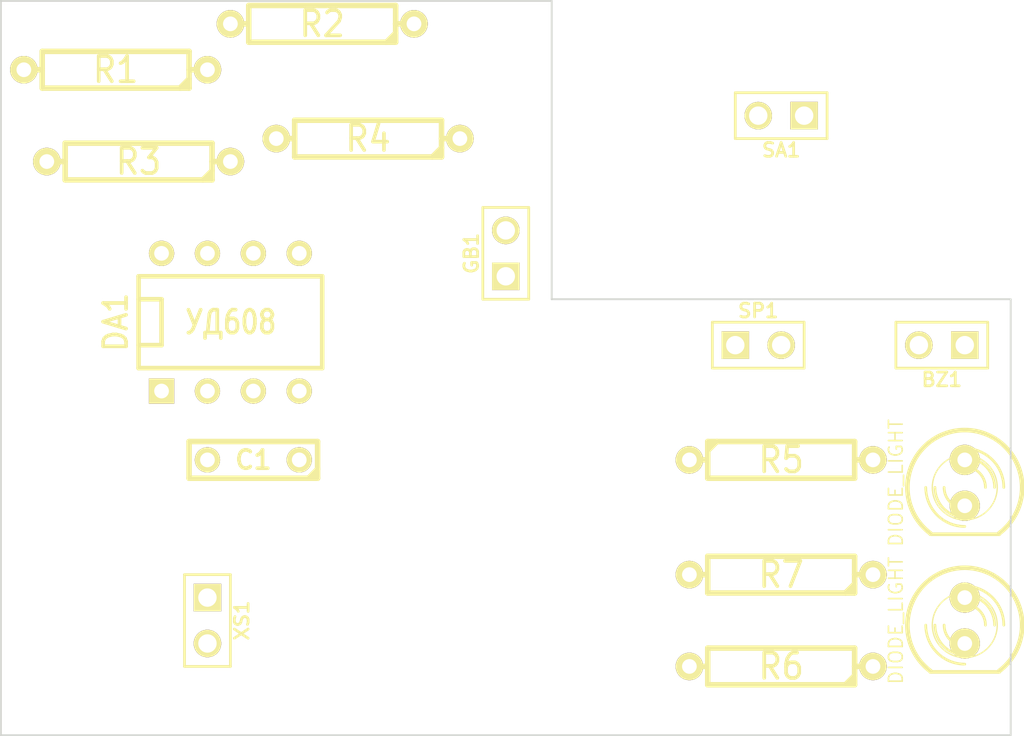
<source format=kicad_pcb>
(kicad_pcb (version 3) (host pcbnew "(2013-07-07 BZR 4022)-stable")

  (general
    (links 25)
    (no_connects 25)
    (area 20.269999 34.137599 78.14945 74.980001)
    (thickness 1.6)
    (drawings 6)
    (tracks 0)
    (zones 0)
    (modules 16)
    (nets 11)
  )

  (page A3)
  (layers
    (15 F.Cu signal)
    (0 B.Cu signal)
    (16 B.Adhes user hide)
    (17 F.Adhes user)
    (18 B.Paste user hide)
    (19 F.Paste user hide)
    (20 B.SilkS user hide)
    (21 F.SilkS user)
    (22 B.Mask user hide)
    (23 F.Mask user hide)
    (24 Dwgs.User user hide)
    (25 Cmts.User user hide)
    (26 Eco1.User user hide)
    (27 Eco2.User user hide)
    (28 Edge.Cuts user)
  )

  (setup
    (last_trace_width 0.254)
    (trace_clearance 0.254)
    (zone_clearance 0.508)
    (zone_45_only no)
    (trace_min 0.254)
    (segment_width 0.2)
    (edge_width 0.1)
    (via_size 0.889)
    (via_drill 0.635)
    (via_min_size 0.889)
    (via_min_drill 0.508)
    (uvia_size 0.508)
    (uvia_drill 0.127)
    (uvias_allowed no)
    (uvia_min_size 0.508)
    (uvia_min_drill 0.127)
    (pcb_text_width 0.3)
    (pcb_text_size 1.5 1.5)
    (mod_edge_width 0.15)
    (mod_text_size 1 1)
    (mod_text_width 0.15)
    (pad_size 1.5 1.5)
    (pad_drill 0.6)
    (pad_to_mask_clearance 0)
    (aux_axis_origin 0 0)
    (visible_elements 7FFFFD91)
    (pcbplotparams
      (layerselection 3178497)
      (usegerberextensions true)
      (excludeedgelayer true)
      (linewidth 0.150000)
      (plotframeref false)
      (viasonmask false)
      (mode 1)
      (useauxorigin false)
      (hpglpennumber 1)
      (hpglpenspeed 20)
      (hpglpendiameter 15)
      (hpglpenoverlay 2)
      (psnegative false)
      (psa4output false)
      (plotreference true)
      (plotvalue true)
      (plotothertext true)
      (plotinvisibletext false)
      (padsonsilk false)
      (subtractmaskfromsilk false)
      (outputformat 1)
      (mirror false)
      (drillshape 1)
      (scaleselection 1)
      (outputdirectory ""))
  )

  (net 0 "")
  (net 1 GND)
  (net 2 N-000001)
  (net 3 N-0000010)
  (net 4 N-000002)
  (net 5 N-000003)
  (net 6 N-000004)
  (net 7 N-000005)
  (net 8 N-000006)
  (net 9 N-000007)
  (net 10 N-000009)

  (net_class Default "Это класс цепей по умолчанию."
    (clearance 0.254)
    (trace_width 0.254)
    (via_dia 0.889)
    (via_drill 0.635)
    (uvia_dia 0.508)
    (uvia_drill 0.127)
    (add_net "")
    (add_net GND)
    (add_net N-000001)
    (add_net N-0000010)
    (add_net N-000002)
    (add_net N-000003)
    (add_net N-000004)
    (add_net N-000005)
    (add_net N-000006)
    (add_net N-000007)
    (add_net N-000009)
  )

  (module R4   placed (layer F.Cu) (tedit 200000) (tstamp 53037483)
    (at 26.67 38.1 180)
    (descr "Resitance 4 pas")
    (tags R)
    (path /530321EF)
    (autoplace_cost180 10)
    (fp_text reference R1 (at 0 0 180) (layer F.SilkS)
      (effects (font (size 1.397 1.27) (thickness 0.2032)))
    )
    (fp_text value RES (at 0 0 180) (layer F.SilkS) hide
      (effects (font (size 1.397 1.27) (thickness 0.2032)))
    )
    (fp_line (start -5.08 0) (end -4.064 0) (layer F.SilkS) (width 0.3048))
    (fp_line (start -4.064 0) (end -4.064 -1.016) (layer F.SilkS) (width 0.3048))
    (fp_line (start -4.064 -1.016) (end 4.064 -1.016) (layer F.SilkS) (width 0.3048))
    (fp_line (start 4.064 -1.016) (end 4.064 1.016) (layer F.SilkS) (width 0.3048))
    (fp_line (start 4.064 1.016) (end -4.064 1.016) (layer F.SilkS) (width 0.3048))
    (fp_line (start -4.064 1.016) (end -4.064 0) (layer F.SilkS) (width 0.3048))
    (fp_line (start -4.064 -0.508) (end -3.556 -1.016) (layer F.SilkS) (width 0.3048))
    (fp_line (start 5.08 0) (end 4.064 0) (layer F.SilkS) (width 0.3048))
    (pad 1 thru_hole circle (at -5.08 0 180) (size 1.524 1.524) (drill 0.8128)
      (layers *.Cu *.Mask F.SilkS)
      (net 2 N-000001)
    )
    (pad 2 thru_hole circle (at 5.08 0 180) (size 1.524 1.524) (drill 0.8128)
      (layers *.Cu *.Mask F.SilkS)
      (net 10 N-000009)
    )
    (model discret/resistor.wrl
      (at (xyz 0 0 0))
      (scale (xyz 0.4 0.4 0.4))
      (rotate (xyz 0 0 0))
    )
  )

  (module R4   placed (layer F.Cu) (tedit 200000) (tstamp 53037491)
    (at 27.94 43.18 180)
    (descr "Resitance 4 pas")
    (tags R)
    (path /5303220D)
    (autoplace_cost180 10)
    (fp_text reference R3 (at 0 0 180) (layer F.SilkS)
      (effects (font (size 1.397 1.27) (thickness 0.2032)))
    )
    (fp_text value RES (at 0 0 180) (layer F.SilkS) hide
      (effects (font (size 1.397 1.27) (thickness 0.2032)))
    )
    (fp_line (start -5.08 0) (end -4.064 0) (layer F.SilkS) (width 0.3048))
    (fp_line (start -4.064 0) (end -4.064 -1.016) (layer F.SilkS) (width 0.3048))
    (fp_line (start -4.064 -1.016) (end 4.064 -1.016) (layer F.SilkS) (width 0.3048))
    (fp_line (start 4.064 -1.016) (end 4.064 1.016) (layer F.SilkS) (width 0.3048))
    (fp_line (start 4.064 1.016) (end -4.064 1.016) (layer F.SilkS) (width 0.3048))
    (fp_line (start -4.064 1.016) (end -4.064 0) (layer F.SilkS) (width 0.3048))
    (fp_line (start -4.064 -0.508) (end -3.556 -1.016) (layer F.SilkS) (width 0.3048))
    (fp_line (start 5.08 0) (end 4.064 0) (layer F.SilkS) (width 0.3048))
    (pad 1 thru_hole circle (at -5.08 0 180) (size 1.524 1.524) (drill 0.8128)
      (layers *.Cu *.Mask F.SilkS)
      (net 1 GND)
    )
    (pad 2 thru_hole circle (at 5.08 0 180) (size 1.524 1.524) (drill 0.8128)
      (layers *.Cu *.Mask F.SilkS)
      (net 3 N-0000010)
    )
    (model discret/resistor.wrl
      (at (xyz 0 0 0))
      (scale (xyz 0.4 0.4 0.4))
      (rotate (xyz 0 0 0))
    )
  )

  (module R4   placed (layer F.Cu) (tedit 200000) (tstamp 5303749F)
    (at 40.64 41.91 180)
    (descr "Resitance 4 pas")
    (tags R)
    (path /5303221C)
    (autoplace_cost180 10)
    (fp_text reference R4 (at 0 0 180) (layer F.SilkS)
      (effects (font (size 1.397 1.27) (thickness 0.2032)))
    )
    (fp_text value RES (at 0 0 180) (layer F.SilkS) hide
      (effects (font (size 1.397 1.27) (thickness 0.2032)))
    )
    (fp_line (start -5.08 0) (end -4.064 0) (layer F.SilkS) (width 0.3048))
    (fp_line (start -4.064 0) (end -4.064 -1.016) (layer F.SilkS) (width 0.3048))
    (fp_line (start -4.064 -1.016) (end 4.064 -1.016) (layer F.SilkS) (width 0.3048))
    (fp_line (start 4.064 -1.016) (end 4.064 1.016) (layer F.SilkS) (width 0.3048))
    (fp_line (start 4.064 1.016) (end -4.064 1.016) (layer F.SilkS) (width 0.3048))
    (fp_line (start -4.064 1.016) (end -4.064 0) (layer F.SilkS) (width 0.3048))
    (fp_line (start -4.064 -0.508) (end -3.556 -1.016) (layer F.SilkS) (width 0.3048))
    (fp_line (start 5.08 0) (end 4.064 0) (layer F.SilkS) (width 0.3048))
    (pad 1 thru_hole circle (at -5.08 0 180) (size 1.524 1.524) (drill 0.8128)
      (layers *.Cu *.Mask F.SilkS)
      (net 8 N-000006)
    )
    (pad 2 thru_hole circle (at 5.08 0 180) (size 1.524 1.524) (drill 0.8128)
      (layers *.Cu *.Mask F.SilkS)
      (net 3 N-0000010)
    )
    (model discret/resistor.wrl
      (at (xyz 0 0 0))
      (scale (xyz 0.4 0.4 0.4))
      (rotate (xyz 0 0 0))
    )
  )

  (module R4   placed (layer F.Cu) (tedit 200000) (tstamp 530374AD)
    (at 38.1 35.56 180)
    (descr "Resitance 4 pas")
    (tags R)
    (path /53032276)
    (autoplace_cost180 10)
    (fp_text reference R2 (at 0 0 180) (layer F.SilkS)
      (effects (font (size 1.397 1.27) (thickness 0.2032)))
    )
    (fp_text value RES (at 0 0 180) (layer F.SilkS) hide
      (effects (font (size 1.397 1.27) (thickness 0.2032)))
    )
    (fp_line (start -5.08 0) (end -4.064 0) (layer F.SilkS) (width 0.3048))
    (fp_line (start -4.064 0) (end -4.064 -1.016) (layer F.SilkS) (width 0.3048))
    (fp_line (start -4.064 -1.016) (end 4.064 -1.016) (layer F.SilkS) (width 0.3048))
    (fp_line (start 4.064 -1.016) (end 4.064 1.016) (layer F.SilkS) (width 0.3048))
    (fp_line (start 4.064 1.016) (end -4.064 1.016) (layer F.SilkS) (width 0.3048))
    (fp_line (start -4.064 1.016) (end -4.064 0) (layer F.SilkS) (width 0.3048))
    (fp_line (start -4.064 -0.508) (end -3.556 -1.016) (layer F.SilkS) (width 0.3048))
    (fp_line (start 5.08 0) (end 4.064 0) (layer F.SilkS) (width 0.3048))
    (pad 1 thru_hole circle (at -5.08 0 180) (size 1.524 1.524) (drill 0.8128)
      (layers *.Cu *.Mask F.SilkS)
      (net 3 N-0000010)
    )
    (pad 2 thru_hole circle (at 5.08 0 180) (size 1.524 1.524) (drill 0.8128)
      (layers *.Cu *.Mask F.SilkS)
      (net 10 N-000009)
    )
    (model discret/resistor.wrl
      (at (xyz 0 0 0))
      (scale (xyz 0.4 0.4 0.4))
      (rotate (xyz 0 0 0))
    )
  )

  (module R4   placed (layer F.Cu) (tedit 200000) (tstamp 530374BB)
    (at 63.5 66.04 180)
    (descr "Resitance 4 pas")
    (tags R)
    (path /53032285)
    (autoplace_cost180 10)
    (fp_text reference R7 (at 0 0 180) (layer F.SilkS)
      (effects (font (size 1.397 1.27) (thickness 0.2032)))
    )
    (fp_text value RES (at 0 0 180) (layer F.SilkS) hide
      (effects (font (size 1.397 1.27) (thickness 0.2032)))
    )
    (fp_line (start -5.08 0) (end -4.064 0) (layer F.SilkS) (width 0.3048))
    (fp_line (start -4.064 0) (end -4.064 -1.016) (layer F.SilkS) (width 0.3048))
    (fp_line (start -4.064 -1.016) (end 4.064 -1.016) (layer F.SilkS) (width 0.3048))
    (fp_line (start 4.064 -1.016) (end 4.064 1.016) (layer F.SilkS) (width 0.3048))
    (fp_line (start 4.064 1.016) (end -4.064 1.016) (layer F.SilkS) (width 0.3048))
    (fp_line (start -4.064 1.016) (end -4.064 0) (layer F.SilkS) (width 0.3048))
    (fp_line (start -4.064 -0.508) (end -3.556 -1.016) (layer F.SilkS) (width 0.3048))
    (fp_line (start 5.08 0) (end 4.064 0) (layer F.SilkS) (width 0.3048))
    (pad 1 thru_hole circle (at -5.08 0 180) (size 1.524 1.524) (drill 0.8128)
      (layers *.Cu *.Mask F.SilkS)
      (net 4 N-000002)
    )
    (pad 2 thru_hole circle (at 5.08 0 180) (size 1.524 1.524) (drill 0.8128)
      (layers *.Cu *.Mask F.SilkS)
      (net 1 GND)
    )
    (model discret/resistor.wrl
      (at (xyz 0 0 0))
      (scale (xyz 0.4 0.4 0.4))
      (rotate (xyz 0 0 0))
    )
  )

  (module R4   placed (layer F.Cu) (tedit 200000) (tstamp 530374C9)
    (at 63.5 59.69)
    (descr "Resitance 4 pas")
    (tags R)
    (path /53032294)
    (autoplace_cost180 10)
    (fp_text reference R5 (at 0 0) (layer F.SilkS)
      (effects (font (size 1.397 1.27) (thickness 0.2032)))
    )
    (fp_text value RES (at 0 0) (layer F.SilkS) hide
      (effects (font (size 1.397 1.27) (thickness 0.2032)))
    )
    (fp_line (start -5.08 0) (end -4.064 0) (layer F.SilkS) (width 0.3048))
    (fp_line (start -4.064 0) (end -4.064 -1.016) (layer F.SilkS) (width 0.3048))
    (fp_line (start -4.064 -1.016) (end 4.064 -1.016) (layer F.SilkS) (width 0.3048))
    (fp_line (start 4.064 -1.016) (end 4.064 1.016) (layer F.SilkS) (width 0.3048))
    (fp_line (start 4.064 1.016) (end -4.064 1.016) (layer F.SilkS) (width 0.3048))
    (fp_line (start -4.064 1.016) (end -4.064 0) (layer F.SilkS) (width 0.3048))
    (fp_line (start -4.064 -0.508) (end -3.556 -1.016) (layer F.SilkS) (width 0.3048))
    (fp_line (start 5.08 0) (end 4.064 0) (layer F.SilkS) (width 0.3048))
    (pad 1 thru_hole circle (at -5.08 0) (size 1.524 1.524) (drill 0.8128)
      (layers *.Cu *.Mask F.SilkS)
      (net 10 N-000009)
    )
    (pad 2 thru_hole circle (at 5.08 0) (size 1.524 1.524) (drill 0.8128)
      (layers *.Cu *.Mask F.SilkS)
      (net 9 N-000007)
    )
    (model discret/resistor.wrl
      (at (xyz 0 0 0))
      (scale (xyz 0.4 0.4 0.4))
      (rotate (xyz 0 0 0))
    )
  )

  (module R4   placed (layer F.Cu) (tedit 200000) (tstamp 530374D7)
    (at 63.5 71.12 180)
    (descr "Resitance 4 pas")
    (tags R)
    (path /5303477A)
    (autoplace_cost180 10)
    (fp_text reference R6 (at 0 0 180) (layer F.SilkS)
      (effects (font (size 1.397 1.27) (thickness 0.2032)))
    )
    (fp_text value RES (at 0 0 180) (layer F.SilkS) hide
      (effects (font (size 1.397 1.27) (thickness 0.2032)))
    )
    (fp_line (start -5.08 0) (end -4.064 0) (layer F.SilkS) (width 0.3048))
    (fp_line (start -4.064 0) (end -4.064 -1.016) (layer F.SilkS) (width 0.3048))
    (fp_line (start -4.064 -1.016) (end 4.064 -1.016) (layer F.SilkS) (width 0.3048))
    (fp_line (start 4.064 -1.016) (end 4.064 1.016) (layer F.SilkS) (width 0.3048))
    (fp_line (start 4.064 1.016) (end -4.064 1.016) (layer F.SilkS) (width 0.3048))
    (fp_line (start -4.064 1.016) (end -4.064 0) (layer F.SilkS) (width 0.3048))
    (fp_line (start -4.064 -0.508) (end -3.556 -1.016) (layer F.SilkS) (width 0.3048))
    (fp_line (start 5.08 0) (end 4.064 0) (layer F.SilkS) (width 0.3048))
    (pad 1 thru_hole circle (at -5.08 0 180) (size 1.524 1.524) (drill 0.8128)
      (layers *.Cu *.Mask F.SilkS)
      (net 5 N-000003)
    )
    (pad 2 thru_hole circle (at 5.08 0 180) (size 1.524 1.524) (drill 0.8128)
      (layers *.Cu *.Mask F.SilkS)
      (net 1 GND)
    )
    (model discret/resistor.wrl
      (at (xyz 0 0 0))
      (scale (xyz 0.4 0.4 0.4))
      (rotate (xyz 0 0 0))
    )
  )

  (module PIN_ARRAY_2X1   placed (layer F.Cu) (tedit 4565C520) (tstamp 530374E1)
    (at 48.26 48.26 90)
    (descr "Connecteurs 2 pins")
    (tags "CONN DEV")
    (path /5303223A)
    (fp_text reference GB1 (at 0 -1.905 90) (layer F.SilkS)
      (effects (font (size 0.762 0.762) (thickness 0.1524)))
    )
    (fp_text value BAT (at 0 -1.905 90) (layer F.SilkS) hide
      (effects (font (size 0.762 0.762) (thickness 0.1524)))
    )
    (fp_line (start -2.54 1.27) (end -2.54 -1.27) (layer F.SilkS) (width 0.1524))
    (fp_line (start -2.54 -1.27) (end 2.54 -1.27) (layer F.SilkS) (width 0.1524))
    (fp_line (start 2.54 -1.27) (end 2.54 1.27) (layer F.SilkS) (width 0.1524))
    (fp_line (start 2.54 1.27) (end -2.54 1.27) (layer F.SilkS) (width 0.1524))
    (pad 1 thru_hole rect (at -1.27 0 90) (size 1.524 1.524) (drill 1.016)
      (layers *.Cu *.Mask F.SilkS)
      (net 7 N-000005)
    )
    (pad 2 thru_hole circle (at 1.27 0 90) (size 1.524 1.524) (drill 1.016)
      (layers *.Cu *.Mask F.SilkS)
      (net 1 GND)
    )
    (model pin_array/pins_array_2x1.wrl
      (at (xyz 0 0 0))
      (scale (xyz 1 1 1))
      (rotate (xyz 0 0 0))
    )
  )

  (module PIN_ARRAY_2X1   placed (layer F.Cu) (tedit 4565C520) (tstamp 530374EB)
    (at 31.75 68.58 270)
    (descr "Connecteurs 2 pins")
    (tags "CONN DEV")
    (path /53032249)
    (fp_text reference XS1 (at 0 -1.905 270) (layer F.SilkS)
      (effects (font (size 0.762 0.762) (thickness 0.1524)))
    )
    (fp_text value CONN_02_F (at 0 -1.905 270) (layer F.SilkS) hide
      (effects (font (size 0.762 0.762) (thickness 0.1524)))
    )
    (fp_line (start -2.54 1.27) (end -2.54 -1.27) (layer F.SilkS) (width 0.1524))
    (fp_line (start -2.54 -1.27) (end 2.54 -1.27) (layer F.SilkS) (width 0.1524))
    (fp_line (start 2.54 -1.27) (end 2.54 1.27) (layer F.SilkS) (width 0.1524))
    (fp_line (start 2.54 1.27) (end -2.54 1.27) (layer F.SilkS) (width 0.1524))
    (pad 1 thru_hole rect (at -1.27 0 270) (size 1.524 1.524) (drill 1.016)
      (layers *.Cu *.Mask F.SilkS)
      (net 8 N-000006)
    )
    (pad 2 thru_hole circle (at 1.27 0 270) (size 1.524 1.524) (drill 1.016)
      (layers *.Cu *.Mask F.SilkS)
      (net 6 N-000004)
    )
    (model pin_array/pins_array_2x1.wrl
      (at (xyz 0 0 0))
      (scale (xyz 1 1 1))
      (rotate (xyz 0 0 0))
    )
  )

  (module PIN_ARRAY_2X1   placed (layer F.Cu) (tedit 4565C520) (tstamp 530374F5)
    (at 63.5 40.64 180)
    (descr "Connecteurs 2 pins")
    (tags "CONN DEV")
    (path /530322B2)
    (fp_text reference SA1 (at 0 -1.905 180) (layer F.SilkS)
      (effects (font (size 0.762 0.762) (thickness 0.1524)))
    )
    (fp_text value SA_1-2_CL (at 0 -1.905 180) (layer F.SilkS) hide
      (effects (font (size 0.762 0.762) (thickness 0.1524)))
    )
    (fp_line (start -2.54 1.27) (end -2.54 -1.27) (layer F.SilkS) (width 0.1524))
    (fp_line (start -2.54 -1.27) (end 2.54 -1.27) (layer F.SilkS) (width 0.1524))
    (fp_line (start 2.54 -1.27) (end 2.54 1.27) (layer F.SilkS) (width 0.1524))
    (fp_line (start 2.54 1.27) (end -2.54 1.27) (layer F.SilkS) (width 0.1524))
    (pad 1 thru_hole rect (at -1.27 0 180) (size 1.524 1.524) (drill 1.016)
      (layers *.Cu *.Mask F.SilkS)
      (net 6 N-000004)
    )
    (pad 2 thru_hole circle (at 1.27 0 180) (size 1.524 1.524) (drill 1.016)
      (layers *.Cu *.Mask F.SilkS)
      (net 7 N-000005)
    )
    (model pin_array/pins_array_2x1.wrl
      (at (xyz 0 0 0))
      (scale (xyz 1 1 1))
      (rotate (xyz 0 0 0))
    )
  )

  (module PIN_ARRAY_2X1   placed (layer F.Cu) (tedit 4565C520) (tstamp 530374FF)
    (at 62.23 53.34)
    (descr "Connecteurs 2 pins")
    (tags "CONN DEV")
    (path /53038550)
    (fp_text reference SP1 (at 0 -1.905) (layer F.SilkS)
      (effects (font (size 0.762 0.762) (thickness 0.1524)))
    )
    (fp_text value SPEAKER (at 0 -1.905) (layer F.SilkS) hide
      (effects (font (size 0.762 0.762) (thickness 0.1524)))
    )
    (fp_line (start -2.54 1.27) (end -2.54 -1.27) (layer F.SilkS) (width 0.1524))
    (fp_line (start -2.54 -1.27) (end 2.54 -1.27) (layer F.SilkS) (width 0.1524))
    (fp_line (start 2.54 -1.27) (end 2.54 1.27) (layer F.SilkS) (width 0.1524))
    (fp_line (start 2.54 1.27) (end -2.54 1.27) (layer F.SilkS) (width 0.1524))
    (pad 1 thru_hole rect (at -1.27 0) (size 1.524 1.524) (drill 1.016)
      (layers *.Cu *.Mask F.SilkS)
      (net 8 N-000006)
    )
    (pad 2 thru_hole circle (at 1.27 0) (size 1.524 1.524) (drill 1.016)
      (layers *.Cu *.Mask F.SilkS)
      (net 1 GND)
    )
    (model pin_array/pins_array_2x1.wrl
      (at (xyz 0 0 0))
      (scale (xyz 1 1 1))
      (rotate (xyz 0 0 0))
    )
  )

  (module LED-5MM   placed (layer F.Cu) (tedit 50ADE86B) (tstamp 5303750E)
    (at 73.66 68.58 270)
    (descr "LED 5mm - Lead pitch 100mil (2,54mm)")
    (tags "LED led 5mm 5MM 100mil 2,54mm")
    (path /530343A0)
    (fp_text reference VD1 (at 0 -3.81 270) (layer F.SilkS)
      (effects (font (size 0.762 0.762) (thickness 0.0889)))
    )
    (fp_text value DIODE_LIGHT (at 0 3.81 270) (layer F.SilkS)
      (effects (font (size 0.762 0.762) (thickness 0.0889)))
    )
    (fp_line (start 2.8448 1.905) (end 2.8448 -1.905) (layer F.SilkS) (width 0.2032))
    (fp_circle (center 0.254 0) (end -1.016 1.27) (layer F.SilkS) (width 0.0762))
    (fp_arc (start 0.254 0) (end 2.794 1.905) (angle 286.2) (layer F.SilkS) (width 0.254))
    (fp_arc (start 0.254 0) (end -0.889 0) (angle 90) (layer F.SilkS) (width 0.1524))
    (fp_arc (start 0.254 0) (end 1.397 0) (angle 90) (layer F.SilkS) (width 0.1524))
    (fp_arc (start 0.254 0) (end -1.397 0) (angle 90) (layer F.SilkS) (width 0.1524))
    (fp_arc (start 0.254 0) (end 1.905 0) (angle 90) (layer F.SilkS) (width 0.1524))
    (fp_arc (start 0.254 0) (end -1.905 0) (angle 90) (layer F.SilkS) (width 0.1524))
    (fp_arc (start 0.254 0) (end 2.413 0) (angle 90) (layer F.SilkS) (width 0.1524))
    (pad 1 thru_hole circle (at -1.27 0 270) (size 1.6764 1.6764) (drill 0.8128)
      (layers *.Cu *.Mask F.SilkS)
      (net 6 N-000004)
    )
    (pad 2 thru_hole circle (at 1.27 0 270) (size 1.6764 1.6764) (drill 0.8128)
      (layers *.Cu *.Mask F.SilkS)
      (net 5 N-000003)
    )
    (model discret/leds/led5_vertical_verde.wrl
      (at (xyz 0 0 0))
      (scale (xyz 1 1 1))
      (rotate (xyz 0 0 0))
    )
  )

  (module LED-5MM   placed (layer F.Cu) (tedit 50ADE86B) (tstamp 5303751D)
    (at 73.66 60.96 270)
    (descr "LED 5mm - Lead pitch 100mil (2,54mm)")
    (tags "LED led 5mm 5MM 100mil 2,54mm")
    (path /5303476E)
    (fp_text reference VD2 (at 0 -3.81 270) (layer F.SilkS)
      (effects (font (size 0.762 0.762) (thickness 0.0889)))
    )
    (fp_text value DIODE_LIGHT (at 0 3.81 270) (layer F.SilkS)
      (effects (font (size 0.762 0.762) (thickness 0.0889)))
    )
    (fp_line (start 2.8448 1.905) (end 2.8448 -1.905) (layer F.SilkS) (width 0.2032))
    (fp_circle (center 0.254 0) (end -1.016 1.27) (layer F.SilkS) (width 0.0762))
    (fp_arc (start 0.254 0) (end 2.794 1.905) (angle 286.2) (layer F.SilkS) (width 0.254))
    (fp_arc (start 0.254 0) (end -0.889 0) (angle 90) (layer F.SilkS) (width 0.1524))
    (fp_arc (start 0.254 0) (end 1.397 0) (angle 90) (layer F.SilkS) (width 0.1524))
    (fp_arc (start 0.254 0) (end -1.397 0) (angle 90) (layer F.SilkS) (width 0.1524))
    (fp_arc (start 0.254 0) (end 1.905 0) (angle 90) (layer F.SilkS) (width 0.1524))
    (fp_arc (start 0.254 0) (end -1.905 0) (angle 90) (layer F.SilkS) (width 0.1524))
    (fp_arc (start 0.254 0) (end 2.413 0) (angle 90) (layer F.SilkS) (width 0.1524))
    (pad 1 thru_hole circle (at -1.27 0 270) (size 1.6764 1.6764) (drill 0.8128)
      (layers *.Cu *.Mask F.SilkS)
      (net 8 N-000006)
    )
    (pad 2 thru_hole circle (at 1.27 0 270) (size 1.6764 1.6764) (drill 0.8128)
      (layers *.Cu *.Mask F.SilkS)
      (net 4 N-000002)
    )
    (model discret/leds/led5_vertical_verde.wrl
      (at (xyz 0 0 0))
      (scale (xyz 1 1 1))
      (rotate (xyz 0 0 0))
    )
  )

  (module DIP-8__300   placed (layer F.Cu) (tedit 43A7F843) (tstamp 53037530)
    (at 33.02 52.07)
    (descr "8 pins DIL package, round pads")
    (tags DIL)
    (path /53036D18)
    (fp_text reference DA1 (at -6.35 0 90) (layer F.SilkS)
      (effects (font (size 1.27 1.143) (thickness 0.2032)))
    )
    (fp_text value УД608 (at 0 0) (layer F.SilkS)
      (effects (font (size 1.27 1.016) (thickness 0.2032)))
    )
    (fp_line (start -5.08 -1.27) (end -3.81 -1.27) (layer F.SilkS) (width 0.254))
    (fp_line (start -3.81 -1.27) (end -3.81 1.27) (layer F.SilkS) (width 0.254))
    (fp_line (start -3.81 1.27) (end -5.08 1.27) (layer F.SilkS) (width 0.254))
    (fp_line (start -5.08 -2.54) (end 5.08 -2.54) (layer F.SilkS) (width 0.254))
    (fp_line (start 5.08 -2.54) (end 5.08 2.54) (layer F.SilkS) (width 0.254))
    (fp_line (start 5.08 2.54) (end -5.08 2.54) (layer F.SilkS) (width 0.254))
    (fp_line (start -5.08 2.54) (end -5.08 -2.54) (layer F.SilkS) (width 0.254))
    (pad 1 thru_hole rect (at -3.81 3.81) (size 1.397 1.397) (drill 0.8128)
      (layers *.Cu *.Mask F.SilkS)
    )
    (pad 2 thru_hole circle (at -1.27 3.81) (size 1.397 1.397) (drill 0.8128)
      (layers *.Cu *.Mask F.SilkS)
      (net 2 N-000001)
    )
    (pad 3 thru_hole circle (at 1.27 3.81) (size 1.397 1.397) (drill 0.8128)
      (layers *.Cu *.Mask F.SilkS)
      (net 3 N-0000010)
    )
    (pad 4 thru_hole circle (at 3.81 3.81) (size 1.397 1.397) (drill 0.8128)
      (layers *.Cu *.Mask F.SilkS)
      (net 1 GND)
    )
    (pad 5 thru_hole circle (at 3.81 -3.81) (size 1.397 1.397) (drill 0.8128)
      (layers *.Cu *.Mask F.SilkS)
    )
    (pad 6 thru_hole circle (at 1.27 -3.81) (size 1.397 1.397) (drill 0.8128)
      (layers *.Cu *.Mask F.SilkS)
      (net 10 N-000009)
    )
    (pad 7 thru_hole circle (at -1.27 -3.81) (size 1.397 1.397) (drill 0.8128)
      (layers *.Cu *.Mask F.SilkS)
      (net 8 N-000006)
    )
    (pad 8 thru_hole circle (at -3.81 -3.81) (size 1.397 1.397) (drill 0.8128)
      (layers *.Cu *.Mask F.SilkS)
    )
    (model dil/dil_8.wrl
      (at (xyz 0 0 0))
      (scale (xyz 1 1 1))
      (rotate (xyz 0 0 0))
    )
  )

  (module C2   placed (layer F.Cu) (tedit 200000) (tstamp 5303753B)
    (at 34.29 59.69 180)
    (descr "Condensateur = 2 pas")
    (tags C)
    (path /5303222B)
    (fp_text reference C1 (at 0 0 180) (layer F.SilkS)
      (effects (font (size 1.016 1.016) (thickness 0.2032)))
    )
    (fp_text value CAP (at 0 0 180) (layer F.SilkS) hide
      (effects (font (size 1.016 1.016) (thickness 0.2032)))
    )
    (fp_line (start -3.556 -1.016) (end 3.556 -1.016) (layer F.SilkS) (width 0.3048))
    (fp_line (start 3.556 -1.016) (end 3.556 1.016) (layer F.SilkS) (width 0.3048))
    (fp_line (start 3.556 1.016) (end -3.556 1.016) (layer F.SilkS) (width 0.3048))
    (fp_line (start -3.556 1.016) (end -3.556 -1.016) (layer F.SilkS) (width 0.3048))
    (fp_line (start -3.556 -0.508) (end -3.048 -1.016) (layer F.SilkS) (width 0.3048))
    (pad 1 thru_hole circle (at -2.54 0 180) (size 1.397 1.397) (drill 0.8128)
      (layers *.Cu *.Mask F.SilkS)
      (net 1 GND)
    )
    (pad 2 thru_hole circle (at 2.54 0 180) (size 1.397 1.397) (drill 0.8128)
      (layers *.Cu *.Mask F.SilkS)
      (net 2 N-000001)
    )
    (model discret/capa_2pas_5x5mm.wrl
      (at (xyz 0 0 0))
      (scale (xyz 1 1 1))
      (rotate (xyz 0 0 0))
    )
  )

  (module PIN_ARRAY_2X1 (layer F.Cu) (tedit 4565C520) (tstamp 530375FE)
    (at 72.39 53.34 180)
    (descr "Connecteurs 2 pins")
    (tags "CONN DEV")
    (path /53038C16)
    (fp_text reference BZ1 (at 0 -1.905 180) (layer F.SilkS)
      (effects (font (size 0.762 0.762) (thickness 0.1524)))
    )
    (fp_text value BUZZER (at 0 -1.905 180) (layer F.SilkS) hide
      (effects (font (size 0.762 0.762) (thickness 0.1524)))
    )
    (fp_line (start -2.54 1.27) (end -2.54 -1.27) (layer F.SilkS) (width 0.1524))
    (fp_line (start -2.54 -1.27) (end 2.54 -1.27) (layer F.SilkS) (width 0.1524))
    (fp_line (start 2.54 -1.27) (end 2.54 1.27) (layer F.SilkS) (width 0.1524))
    (fp_line (start 2.54 1.27) (end -2.54 1.27) (layer F.SilkS) (width 0.1524))
    (pad 1 thru_hole rect (at -1.27 0 180) (size 1.524 1.524) (drill 1.016)
      (layers *.Cu *.Mask F.SilkS)
      (net 9 N-000007)
    )
    (pad 2 thru_hole circle (at 1.27 0 180) (size 1.524 1.524) (drill 1.016)
      (layers *.Cu *.Mask F.SilkS)
      (net 1 GND)
    )
    (model pin_array/pins_array_2x1.wrl
      (at (xyz 0 0 0))
      (scale (xyz 1 1 1))
      (rotate (xyz 0 0 0))
    )
  )

  (gr_line (start 50.8 34.29) (end 20.32 34.29) (angle 90) (layer Edge.Cuts) (width 0.1))
  (gr_line (start 50.8 50.8) (end 50.8 34.29) (angle 90) (layer Edge.Cuts) (width 0.1))
  (gr_line (start 76.2 50.8) (end 50.8 50.8) (angle 90) (layer Edge.Cuts) (width 0.1))
  (gr_line (start 76.2 74.93) (end 76.2 50.8) (angle 90) (layer Edge.Cuts) (width 0.1))
  (gr_line (start 20.32 74.93) (end 76.2 74.93) (angle 90) (layer Edge.Cuts) (width 0.1))
  (gr_line (start 20.32 34.29) (end 20.32 74.93) (angle 90) (layer Edge.Cuts) (width 0.1))

)

</source>
